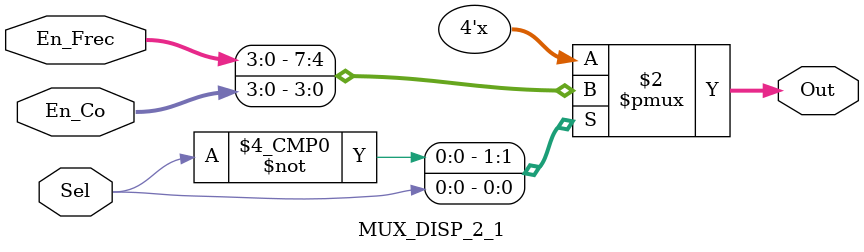
<source format=v>
`timescale 1ns / 1ps
module MUX_DISP_2_1(
    input [3:0] En_Frec,
    input [3:0] En_Co,
    input Sel,
    output reg [3:0] Out
    );

always @*
begin
	
	case(Sel)
		1'b0: Out <= En_Frec;
		1'b1: Out <= En_Co;
	endcase
	
end

endmodule

</source>
